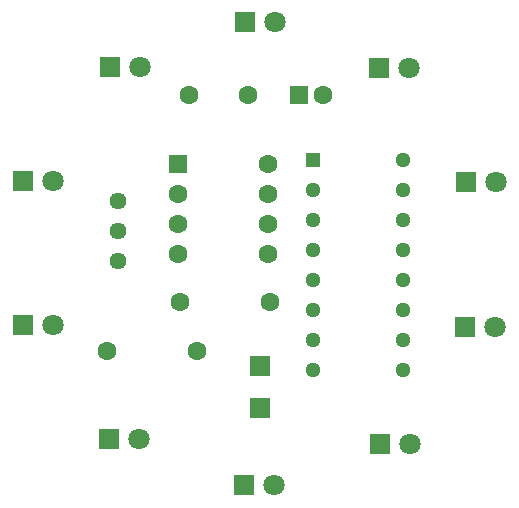
<source format=gbr>
%TF.GenerationSoftware,KiCad,Pcbnew,9.0.6*%
%TF.CreationDate,2026-01-03T20:51:41-08:00*%
%TF.ProjectId,Chaser,43686173-6572-42e6-9b69-6361645f7063,rev?*%
%TF.SameCoordinates,Original*%
%TF.FileFunction,Soldermask,Top*%
%TF.FilePolarity,Negative*%
%FSLAX46Y46*%
G04 Gerber Fmt 4.6, Leading zero omitted, Abs format (unit mm)*
G04 Created by KiCad (PCBNEW 9.0.6) date 2026-01-03 20:51:41*
%MOMM*%
%LPD*%
G01*
G04 APERTURE LIST*
G04 Aperture macros list*
%AMRoundRect*
0 Rectangle with rounded corners*
0 $1 Rounding radius*
0 $2 $3 $4 $5 $6 $7 $8 $9 X,Y pos of 4 corners*
0 Add a 4 corners polygon primitive as box body*
4,1,4,$2,$3,$4,$5,$6,$7,$8,$9,$2,$3,0*
0 Add four circle primitives for the rounded corners*
1,1,$1+$1,$2,$3*
1,1,$1+$1,$4,$5*
1,1,$1+$1,$6,$7*
1,1,$1+$1,$8,$9*
0 Add four rect primitives between the rounded corners*
20,1,$1+$1,$2,$3,$4,$5,0*
20,1,$1+$1,$4,$5,$6,$7,0*
20,1,$1+$1,$6,$7,$8,$9,0*
20,1,$1+$1,$8,$9,$2,$3,0*%
G04 Aperture macros list end*
%ADD10C,1.440000*%
%ADD11C,1.600000*%
%ADD12R,1.800000X1.800000*%
%ADD13C,1.800000*%
%ADD14R,1.700000X1.700000*%
%ADD15RoundRect,0.250000X-0.550000X-0.550000X0.550000X-0.550000X0.550000X0.550000X-0.550000X0.550000X0*%
%ADD16R,1.295400X1.295400*%
%ADD17C,1.295400*%
G04 APERTURE END LIST*
D10*
%TO.C,RV1*%
X202200000Y-48200000D03*
X202200000Y-50740000D03*
X202200000Y-53280000D03*
%TD*%
D11*
%TO.C,C2*%
X208200000Y-39300000D03*
X213200000Y-39300000D03*
%TD*%
D12*
%TO.C,D4*%
X231560000Y-58900000D03*
D13*
X234100000Y-58900000D03*
%TD*%
D12*
%TO.C,D10*%
X201530000Y-36900000D03*
D13*
X204070000Y-36900000D03*
%TD*%
D12*
%TO.C,D3*%
X231630000Y-46600000D03*
D13*
X234170000Y-46600000D03*
%TD*%
D11*
%TO.C,R1*%
X207390000Y-56800000D03*
X215010000Y-56800000D03*
%TD*%
D12*
%TO.C,D5*%
X224330000Y-68800000D03*
D13*
X226870000Y-68800000D03*
%TD*%
D14*
%TO.C,H2*%
X214200000Y-65800000D03*
%TD*%
D12*
%TO.C,D9*%
X194160000Y-46500000D03*
D13*
X196700000Y-46500000D03*
%TD*%
D12*
%TO.C,D8*%
X194130000Y-58700000D03*
D13*
X196670000Y-58700000D03*
%TD*%
D11*
%TO.C,R2*%
X201210000Y-60960000D03*
X208830000Y-60960000D03*
%TD*%
D15*
%TO.C,C1*%
X217500000Y-39300000D03*
D11*
X219500000Y-39300000D03*
%TD*%
D14*
%TO.C,H1*%
X214200000Y-62200000D03*
%TD*%
D12*
%TO.C,D7*%
X201430000Y-68400000D03*
D13*
X203970000Y-68400000D03*
%TD*%
D16*
%TO.C,U2*%
X218680000Y-44740000D03*
D17*
X218680000Y-47280000D03*
X218680000Y-49820000D03*
X218680000Y-52360000D03*
X218680000Y-54900000D03*
X218680000Y-57440000D03*
X218680000Y-59980000D03*
X218680000Y-62520000D03*
X226300000Y-62520000D03*
X226300000Y-59980000D03*
X226300000Y-57440000D03*
X226300000Y-54900000D03*
X226300000Y-52360000D03*
X226300000Y-49820000D03*
X226300000Y-47280000D03*
X226300000Y-44740000D03*
%TD*%
D15*
%TO.C,U1*%
X207280000Y-45060000D03*
D11*
X207280000Y-47600000D03*
X207280000Y-50140000D03*
X207280000Y-52680000D03*
X214900000Y-52680000D03*
X214900000Y-50140000D03*
X214900000Y-47600000D03*
X214900000Y-45060000D03*
%TD*%
D12*
%TO.C,D1*%
X212930000Y-33100000D03*
D13*
X215470000Y-33100000D03*
%TD*%
D12*
%TO.C,D2*%
X224260000Y-37000000D03*
D13*
X226800000Y-37000000D03*
%TD*%
D12*
%TO.C,D6*%
X212860000Y-72300000D03*
D13*
X215400000Y-72300000D03*
%TD*%
M02*

</source>
